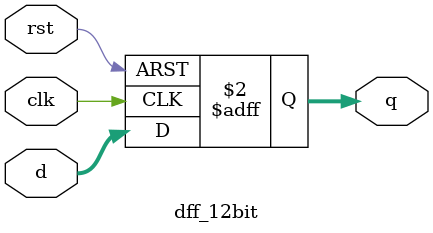
<source format=sv>
`timescale 1ns / 1ps


module dff_12bit(input clk,
                  input rst,
                  input [11:0] d,
                  output logic [11:0] q
    );

    always_ff @(posedge clk, posedge rst) begin
        if (rst) begin
            q <= 12'd0;
        end else begin
            q <= d;
        end
    end
endmodule

</source>
